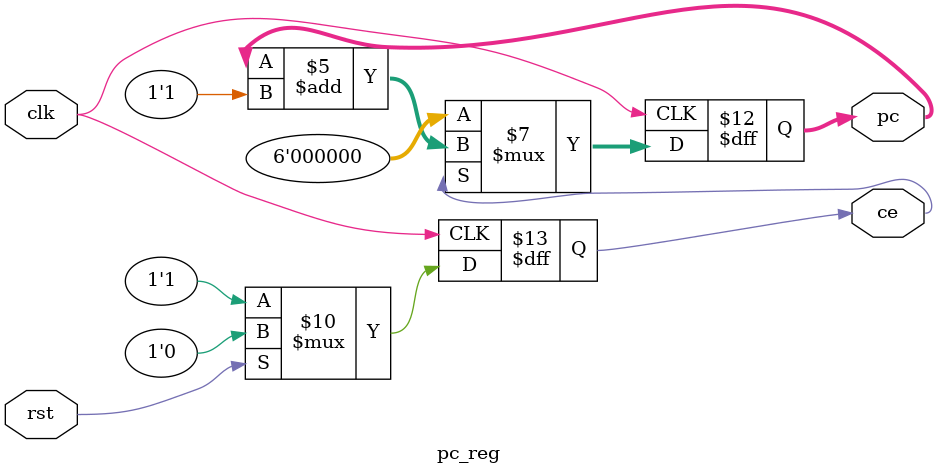
<source format=v>
module pc_reg(

	input	wire	clk,
	input	wire	rst,

	output	reg[5:0]	pc,
	output	reg	ce

);


	always@(posedge clk) begin
		if(rst == 1'b1) begin
			ce <= 1'b0;
		end
		else begin
			ce <= 1'b1;
		end
	end

	always@(posedge clk) begin
		if(ce == 1'b0) begin
			pc<=6'h00;
		end 
		else begin 
			pc<=pc+1'b1;
		end
	end
endmodule

</source>
